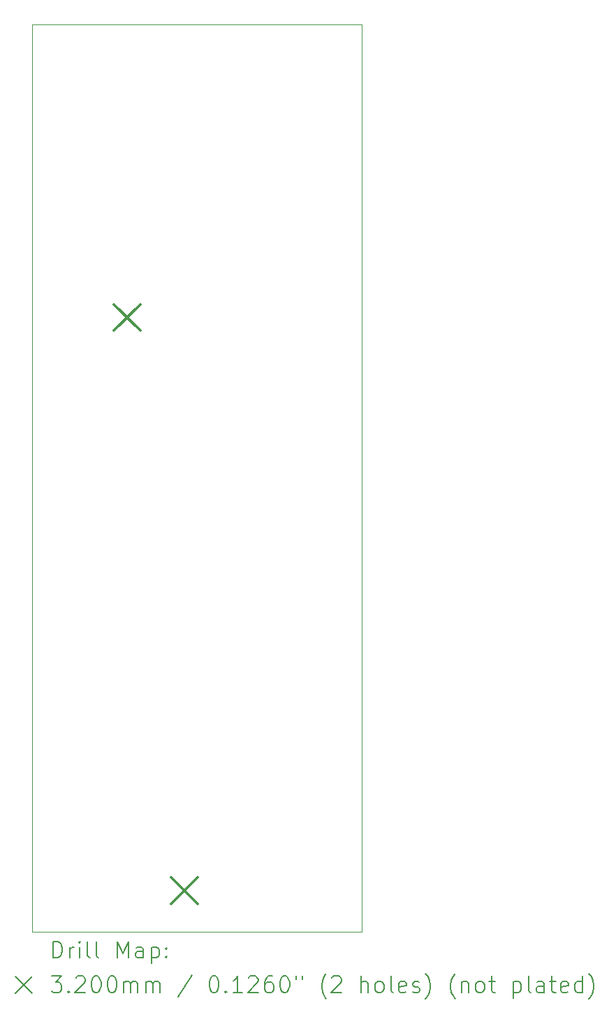
<source format=gbr>
%FSLAX45Y45*%
G04 Gerber Fmt 4.5, Leading zero omitted, Abs format (unit mm)*
G04 Created by KiCad (PCBNEW (6.0.0)) date 2022-04-30 23:24:47*
%MOMM*%
%LPD*%
G01*
G04 APERTURE LIST*
%TA.AperFunction,Profile*%
%ADD10C,0.050000*%
%TD*%
%ADD11C,0.200000*%
%ADD12C,0.320000*%
G04 APERTURE END LIST*
D10*
X16150000Y-3100000D02*
X16150000Y-14100000D01*
X16150000Y-3100000D02*
X20150000Y-3100000D01*
X20150000Y-14100000D02*
X16150000Y-14100000D01*
X20150000Y-3100000D02*
X20150000Y-14100000D01*
D11*
D12*
X17140000Y-6490000D02*
X17460000Y-6810000D01*
X17460000Y-6490000D02*
X17140000Y-6810000D01*
X17840000Y-13440000D02*
X18160000Y-13760000D01*
X18160000Y-13440000D02*
X17840000Y-13760000D01*
D11*
X16405119Y-14412976D02*
X16405119Y-14212976D01*
X16452738Y-14212976D01*
X16481309Y-14222500D01*
X16500357Y-14241548D01*
X16509881Y-14260595D01*
X16519405Y-14298690D01*
X16519405Y-14327262D01*
X16509881Y-14365357D01*
X16500357Y-14384405D01*
X16481309Y-14403452D01*
X16452738Y-14412976D01*
X16405119Y-14412976D01*
X16605119Y-14412976D02*
X16605119Y-14279643D01*
X16605119Y-14317738D02*
X16614643Y-14298690D01*
X16624167Y-14289167D01*
X16643214Y-14279643D01*
X16662262Y-14279643D01*
X16728928Y-14412976D02*
X16728928Y-14279643D01*
X16728928Y-14212976D02*
X16719405Y-14222500D01*
X16728928Y-14232024D01*
X16738452Y-14222500D01*
X16728928Y-14212976D01*
X16728928Y-14232024D01*
X16852738Y-14412976D02*
X16833690Y-14403452D01*
X16824167Y-14384405D01*
X16824167Y-14212976D01*
X16957500Y-14412976D02*
X16938452Y-14403452D01*
X16928929Y-14384405D01*
X16928929Y-14212976D01*
X17186071Y-14412976D02*
X17186071Y-14212976D01*
X17252738Y-14355833D01*
X17319405Y-14212976D01*
X17319405Y-14412976D01*
X17500357Y-14412976D02*
X17500357Y-14308214D01*
X17490833Y-14289167D01*
X17471786Y-14279643D01*
X17433690Y-14279643D01*
X17414643Y-14289167D01*
X17500357Y-14403452D02*
X17481310Y-14412976D01*
X17433690Y-14412976D01*
X17414643Y-14403452D01*
X17405119Y-14384405D01*
X17405119Y-14365357D01*
X17414643Y-14346309D01*
X17433690Y-14336786D01*
X17481310Y-14336786D01*
X17500357Y-14327262D01*
X17595595Y-14279643D02*
X17595595Y-14479643D01*
X17595595Y-14289167D02*
X17614643Y-14279643D01*
X17652738Y-14279643D01*
X17671786Y-14289167D01*
X17681310Y-14298690D01*
X17690833Y-14317738D01*
X17690833Y-14374881D01*
X17681310Y-14393928D01*
X17671786Y-14403452D01*
X17652738Y-14412976D01*
X17614643Y-14412976D01*
X17595595Y-14403452D01*
X17776548Y-14393928D02*
X17786071Y-14403452D01*
X17776548Y-14412976D01*
X17767024Y-14403452D01*
X17776548Y-14393928D01*
X17776548Y-14412976D01*
X17776548Y-14289167D02*
X17786071Y-14298690D01*
X17776548Y-14308214D01*
X17767024Y-14298690D01*
X17776548Y-14289167D01*
X17776548Y-14308214D01*
X15947500Y-14642500D02*
X16147500Y-14842500D01*
X16147500Y-14642500D02*
X15947500Y-14842500D01*
X16386071Y-14632976D02*
X16509881Y-14632976D01*
X16443214Y-14709167D01*
X16471786Y-14709167D01*
X16490833Y-14718690D01*
X16500357Y-14728214D01*
X16509881Y-14747262D01*
X16509881Y-14794881D01*
X16500357Y-14813928D01*
X16490833Y-14823452D01*
X16471786Y-14832976D01*
X16414643Y-14832976D01*
X16395595Y-14823452D01*
X16386071Y-14813928D01*
X16595595Y-14813928D02*
X16605119Y-14823452D01*
X16595595Y-14832976D01*
X16586071Y-14823452D01*
X16595595Y-14813928D01*
X16595595Y-14832976D01*
X16681309Y-14652024D02*
X16690833Y-14642500D01*
X16709881Y-14632976D01*
X16757500Y-14632976D01*
X16776548Y-14642500D01*
X16786071Y-14652024D01*
X16795595Y-14671071D01*
X16795595Y-14690119D01*
X16786071Y-14718690D01*
X16671786Y-14832976D01*
X16795595Y-14832976D01*
X16919405Y-14632976D02*
X16938452Y-14632976D01*
X16957500Y-14642500D01*
X16967024Y-14652024D01*
X16976548Y-14671071D01*
X16986071Y-14709167D01*
X16986071Y-14756786D01*
X16976548Y-14794881D01*
X16967024Y-14813928D01*
X16957500Y-14823452D01*
X16938452Y-14832976D01*
X16919405Y-14832976D01*
X16900357Y-14823452D01*
X16890833Y-14813928D01*
X16881310Y-14794881D01*
X16871786Y-14756786D01*
X16871786Y-14709167D01*
X16881310Y-14671071D01*
X16890833Y-14652024D01*
X16900357Y-14642500D01*
X16919405Y-14632976D01*
X17109881Y-14632976D02*
X17128929Y-14632976D01*
X17147976Y-14642500D01*
X17157500Y-14652024D01*
X17167024Y-14671071D01*
X17176548Y-14709167D01*
X17176548Y-14756786D01*
X17167024Y-14794881D01*
X17157500Y-14813928D01*
X17147976Y-14823452D01*
X17128929Y-14832976D01*
X17109881Y-14832976D01*
X17090833Y-14823452D01*
X17081310Y-14813928D01*
X17071786Y-14794881D01*
X17062262Y-14756786D01*
X17062262Y-14709167D01*
X17071786Y-14671071D01*
X17081310Y-14652024D01*
X17090833Y-14642500D01*
X17109881Y-14632976D01*
X17262262Y-14832976D02*
X17262262Y-14699643D01*
X17262262Y-14718690D02*
X17271786Y-14709167D01*
X17290833Y-14699643D01*
X17319405Y-14699643D01*
X17338452Y-14709167D01*
X17347976Y-14728214D01*
X17347976Y-14832976D01*
X17347976Y-14728214D02*
X17357500Y-14709167D01*
X17376548Y-14699643D01*
X17405119Y-14699643D01*
X17424167Y-14709167D01*
X17433690Y-14728214D01*
X17433690Y-14832976D01*
X17528929Y-14832976D02*
X17528929Y-14699643D01*
X17528929Y-14718690D02*
X17538452Y-14709167D01*
X17557500Y-14699643D01*
X17586071Y-14699643D01*
X17605119Y-14709167D01*
X17614643Y-14728214D01*
X17614643Y-14832976D01*
X17614643Y-14728214D02*
X17624167Y-14709167D01*
X17643214Y-14699643D01*
X17671786Y-14699643D01*
X17690833Y-14709167D01*
X17700357Y-14728214D01*
X17700357Y-14832976D01*
X18090833Y-14623452D02*
X17919405Y-14880595D01*
X18347976Y-14632976D02*
X18367024Y-14632976D01*
X18386071Y-14642500D01*
X18395595Y-14652024D01*
X18405119Y-14671071D01*
X18414643Y-14709167D01*
X18414643Y-14756786D01*
X18405119Y-14794881D01*
X18395595Y-14813928D01*
X18386071Y-14823452D01*
X18367024Y-14832976D01*
X18347976Y-14832976D01*
X18328929Y-14823452D01*
X18319405Y-14813928D01*
X18309881Y-14794881D01*
X18300357Y-14756786D01*
X18300357Y-14709167D01*
X18309881Y-14671071D01*
X18319405Y-14652024D01*
X18328929Y-14642500D01*
X18347976Y-14632976D01*
X18500357Y-14813928D02*
X18509881Y-14823452D01*
X18500357Y-14832976D01*
X18490833Y-14823452D01*
X18500357Y-14813928D01*
X18500357Y-14832976D01*
X18700357Y-14832976D02*
X18586071Y-14832976D01*
X18643214Y-14832976D02*
X18643214Y-14632976D01*
X18624167Y-14661548D01*
X18605119Y-14680595D01*
X18586071Y-14690119D01*
X18776548Y-14652024D02*
X18786071Y-14642500D01*
X18805119Y-14632976D01*
X18852738Y-14632976D01*
X18871786Y-14642500D01*
X18881310Y-14652024D01*
X18890833Y-14671071D01*
X18890833Y-14690119D01*
X18881310Y-14718690D01*
X18767024Y-14832976D01*
X18890833Y-14832976D01*
X19062262Y-14632976D02*
X19024167Y-14632976D01*
X19005119Y-14642500D01*
X18995595Y-14652024D01*
X18976548Y-14680595D01*
X18967024Y-14718690D01*
X18967024Y-14794881D01*
X18976548Y-14813928D01*
X18986071Y-14823452D01*
X19005119Y-14832976D01*
X19043214Y-14832976D01*
X19062262Y-14823452D01*
X19071786Y-14813928D01*
X19081310Y-14794881D01*
X19081310Y-14747262D01*
X19071786Y-14728214D01*
X19062262Y-14718690D01*
X19043214Y-14709167D01*
X19005119Y-14709167D01*
X18986071Y-14718690D01*
X18976548Y-14728214D01*
X18967024Y-14747262D01*
X19205119Y-14632976D02*
X19224167Y-14632976D01*
X19243214Y-14642500D01*
X19252738Y-14652024D01*
X19262262Y-14671071D01*
X19271786Y-14709167D01*
X19271786Y-14756786D01*
X19262262Y-14794881D01*
X19252738Y-14813928D01*
X19243214Y-14823452D01*
X19224167Y-14832976D01*
X19205119Y-14832976D01*
X19186071Y-14823452D01*
X19176548Y-14813928D01*
X19167024Y-14794881D01*
X19157500Y-14756786D01*
X19157500Y-14709167D01*
X19167024Y-14671071D01*
X19176548Y-14652024D01*
X19186071Y-14642500D01*
X19205119Y-14632976D01*
X19347976Y-14632976D02*
X19347976Y-14671071D01*
X19424167Y-14632976D02*
X19424167Y-14671071D01*
X19719405Y-14909167D02*
X19709881Y-14899643D01*
X19690833Y-14871071D01*
X19681310Y-14852024D01*
X19671786Y-14823452D01*
X19662262Y-14775833D01*
X19662262Y-14737738D01*
X19671786Y-14690119D01*
X19681310Y-14661548D01*
X19690833Y-14642500D01*
X19709881Y-14613928D01*
X19719405Y-14604405D01*
X19786071Y-14652024D02*
X19795595Y-14642500D01*
X19814643Y-14632976D01*
X19862262Y-14632976D01*
X19881310Y-14642500D01*
X19890833Y-14652024D01*
X19900357Y-14671071D01*
X19900357Y-14690119D01*
X19890833Y-14718690D01*
X19776548Y-14832976D01*
X19900357Y-14832976D01*
X20138452Y-14832976D02*
X20138452Y-14632976D01*
X20224167Y-14832976D02*
X20224167Y-14728214D01*
X20214643Y-14709167D01*
X20195595Y-14699643D01*
X20167024Y-14699643D01*
X20147976Y-14709167D01*
X20138452Y-14718690D01*
X20347976Y-14832976D02*
X20328929Y-14823452D01*
X20319405Y-14813928D01*
X20309881Y-14794881D01*
X20309881Y-14737738D01*
X20319405Y-14718690D01*
X20328929Y-14709167D01*
X20347976Y-14699643D01*
X20376548Y-14699643D01*
X20395595Y-14709167D01*
X20405119Y-14718690D01*
X20414643Y-14737738D01*
X20414643Y-14794881D01*
X20405119Y-14813928D01*
X20395595Y-14823452D01*
X20376548Y-14832976D01*
X20347976Y-14832976D01*
X20528929Y-14832976D02*
X20509881Y-14823452D01*
X20500357Y-14804405D01*
X20500357Y-14632976D01*
X20681310Y-14823452D02*
X20662262Y-14832976D01*
X20624167Y-14832976D01*
X20605119Y-14823452D01*
X20595595Y-14804405D01*
X20595595Y-14728214D01*
X20605119Y-14709167D01*
X20624167Y-14699643D01*
X20662262Y-14699643D01*
X20681310Y-14709167D01*
X20690833Y-14728214D01*
X20690833Y-14747262D01*
X20595595Y-14766309D01*
X20767024Y-14823452D02*
X20786071Y-14832976D01*
X20824167Y-14832976D01*
X20843214Y-14823452D01*
X20852738Y-14804405D01*
X20852738Y-14794881D01*
X20843214Y-14775833D01*
X20824167Y-14766309D01*
X20795595Y-14766309D01*
X20776548Y-14756786D01*
X20767024Y-14737738D01*
X20767024Y-14728214D01*
X20776548Y-14709167D01*
X20795595Y-14699643D01*
X20824167Y-14699643D01*
X20843214Y-14709167D01*
X20919405Y-14909167D02*
X20928929Y-14899643D01*
X20947976Y-14871071D01*
X20957500Y-14852024D01*
X20967024Y-14823452D01*
X20976548Y-14775833D01*
X20976548Y-14737738D01*
X20967024Y-14690119D01*
X20957500Y-14661548D01*
X20947976Y-14642500D01*
X20928929Y-14613928D01*
X20919405Y-14604405D01*
X21281310Y-14909167D02*
X21271786Y-14899643D01*
X21252738Y-14871071D01*
X21243214Y-14852024D01*
X21233690Y-14823452D01*
X21224167Y-14775833D01*
X21224167Y-14737738D01*
X21233690Y-14690119D01*
X21243214Y-14661548D01*
X21252738Y-14642500D01*
X21271786Y-14613928D01*
X21281310Y-14604405D01*
X21357500Y-14699643D02*
X21357500Y-14832976D01*
X21357500Y-14718690D02*
X21367024Y-14709167D01*
X21386071Y-14699643D01*
X21414643Y-14699643D01*
X21433690Y-14709167D01*
X21443214Y-14728214D01*
X21443214Y-14832976D01*
X21567024Y-14832976D02*
X21547976Y-14823452D01*
X21538452Y-14813928D01*
X21528929Y-14794881D01*
X21528929Y-14737738D01*
X21538452Y-14718690D01*
X21547976Y-14709167D01*
X21567024Y-14699643D01*
X21595595Y-14699643D01*
X21614643Y-14709167D01*
X21624167Y-14718690D01*
X21633690Y-14737738D01*
X21633690Y-14794881D01*
X21624167Y-14813928D01*
X21614643Y-14823452D01*
X21595595Y-14832976D01*
X21567024Y-14832976D01*
X21690833Y-14699643D02*
X21767024Y-14699643D01*
X21719405Y-14632976D02*
X21719405Y-14804405D01*
X21728929Y-14823452D01*
X21747976Y-14832976D01*
X21767024Y-14832976D01*
X21986071Y-14699643D02*
X21986071Y-14899643D01*
X21986071Y-14709167D02*
X22005119Y-14699643D01*
X22043214Y-14699643D01*
X22062262Y-14709167D01*
X22071786Y-14718690D01*
X22081310Y-14737738D01*
X22081310Y-14794881D01*
X22071786Y-14813928D01*
X22062262Y-14823452D01*
X22043214Y-14832976D01*
X22005119Y-14832976D01*
X21986071Y-14823452D01*
X22195595Y-14832976D02*
X22176548Y-14823452D01*
X22167024Y-14804405D01*
X22167024Y-14632976D01*
X22357500Y-14832976D02*
X22357500Y-14728214D01*
X22347976Y-14709167D01*
X22328929Y-14699643D01*
X22290833Y-14699643D01*
X22271786Y-14709167D01*
X22357500Y-14823452D02*
X22338452Y-14832976D01*
X22290833Y-14832976D01*
X22271786Y-14823452D01*
X22262262Y-14804405D01*
X22262262Y-14785357D01*
X22271786Y-14766309D01*
X22290833Y-14756786D01*
X22338452Y-14756786D01*
X22357500Y-14747262D01*
X22424167Y-14699643D02*
X22500357Y-14699643D01*
X22452738Y-14632976D02*
X22452738Y-14804405D01*
X22462262Y-14823452D01*
X22481309Y-14832976D01*
X22500357Y-14832976D01*
X22643214Y-14823452D02*
X22624167Y-14832976D01*
X22586071Y-14832976D01*
X22567024Y-14823452D01*
X22557500Y-14804405D01*
X22557500Y-14728214D01*
X22567024Y-14709167D01*
X22586071Y-14699643D01*
X22624167Y-14699643D01*
X22643214Y-14709167D01*
X22652738Y-14728214D01*
X22652738Y-14747262D01*
X22557500Y-14766309D01*
X22824167Y-14832976D02*
X22824167Y-14632976D01*
X22824167Y-14823452D02*
X22805119Y-14832976D01*
X22767024Y-14832976D01*
X22747976Y-14823452D01*
X22738452Y-14813928D01*
X22728928Y-14794881D01*
X22728928Y-14737738D01*
X22738452Y-14718690D01*
X22747976Y-14709167D01*
X22767024Y-14699643D01*
X22805119Y-14699643D01*
X22824167Y-14709167D01*
X22900357Y-14909167D02*
X22909881Y-14899643D01*
X22928928Y-14871071D01*
X22938452Y-14852024D01*
X22947976Y-14823452D01*
X22957500Y-14775833D01*
X22957500Y-14737738D01*
X22947976Y-14690119D01*
X22938452Y-14661548D01*
X22928928Y-14642500D01*
X22909881Y-14613928D01*
X22900357Y-14604405D01*
M02*

</source>
